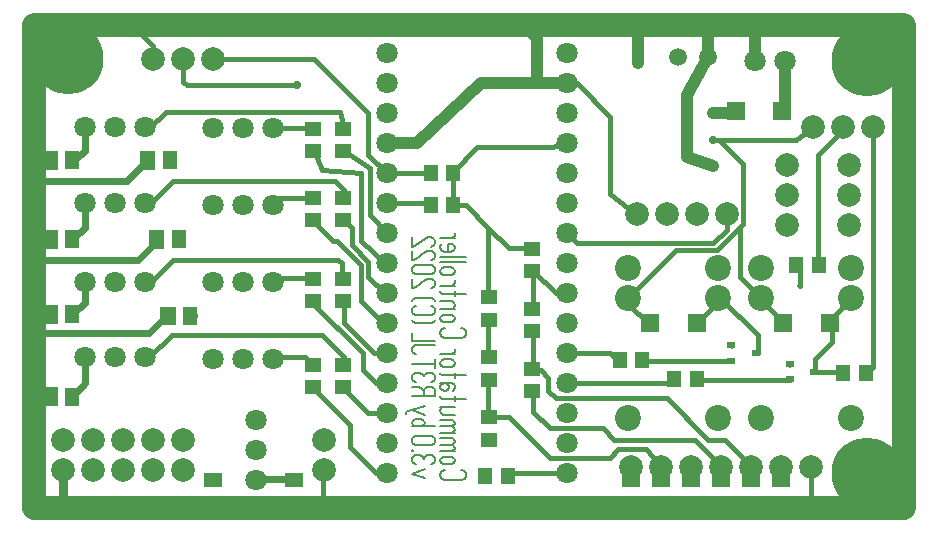
<source format=gbr>
%FSLAX34Y34*%
%MOMM*%
%LNCOPPER_BOTTOM*%
G71*
G01*
%ADD10C, 1.800*%
%ADD11C, 2.000*%
%ADD12C, 6.000*%
%ADD13C, 1.000*%
%ADD14C, 0.700*%
%ADD15C, 1.800*%
%ADD16C, 2.000*%
%ADD17R, 1.600X1.600*%
%ADD18C, 1.500*%
%ADD19R, 0.800X0.600*%
%ADD20R, 1.400X1.300*%
%ADD21R, 1.600X1.300*%
%ADD22C, 0.400*%
%ADD23R, 1.300X1.600*%
%ADD24C, 0.600*%
%ADD25R, 1.300X1.400*%
%ADD26C, 0.800*%
%ADD27C, 0.154*%
%ADD28C, 0.136*%
%ADD29C, 2.200*%
%ADD30C, 0.500*%
%LPD*%
X461962Y-390400D02*
G54D10*
D03*
X461962Y-365000D02*
G54D10*
D03*
X461962Y-339600D02*
G54D10*
D03*
X461962Y-314200D02*
G54D10*
D03*
X461962Y-288800D02*
G54D10*
D03*
X461962Y-263400D02*
G54D10*
D03*
X461962Y-238000D02*
G54D10*
D03*
X461962Y-212600D02*
G54D10*
D03*
X461962Y-187200D02*
G54D10*
D03*
X461962Y-161800D02*
G54D10*
D03*
X461962Y-136400D02*
G54D10*
D03*
X461962Y-111000D02*
G54D10*
D03*
X461962Y-85600D02*
G54D10*
D03*
X461962Y-60200D02*
G54D10*
D03*
X461962Y-34800D02*
G54D10*
D03*
X309562Y-390400D02*
G54D10*
D03*
X309562Y-390400D02*
G54D10*
D03*
X309562Y-365000D02*
G54D10*
D03*
X309562Y-339600D02*
G54D10*
D03*
X309562Y-314200D02*
G54D10*
D03*
X309562Y-288800D02*
G54D10*
D03*
X309562Y-263400D02*
G54D10*
D03*
X309562Y-238000D02*
G54D10*
D03*
X309562Y-212600D02*
G54D10*
D03*
X309562Y-187200D02*
G54D10*
D03*
X309562Y-161800D02*
G54D10*
D03*
X309562Y-136400D02*
G54D10*
D03*
X309562Y-111000D02*
G54D10*
D03*
X309562Y-85600D02*
G54D10*
D03*
X309562Y-60200D02*
G54D10*
D03*
X309562Y-34800D02*
G54D10*
D03*
G54D11*
X10716Y-10591D02*
X747316Y-10591D01*
X747316Y-420166D01*
X10716Y-420166D01*
X10716Y-10591D01*
X715962Y-41150D02*
G54D12*
D03*
X715962Y-390400D02*
G54D12*
D03*
X39688Y-39562D02*
G54D12*
D03*
G54D13*
X461962Y-60200D02*
X436562Y-60200D01*
X436562Y-22100D01*
X423862Y-9400D01*
G54D13*
X309562Y-111000D02*
X334962Y-111000D01*
X388938Y-60200D01*
X436562Y-60200D01*
X585807Y-130062D02*
G54D14*
D03*
X620759Y-41282D02*
G54D15*
D03*
X646159Y-41282D02*
G54D15*
D03*
G54D13*
X620760Y-41282D02*
X620760Y-15798D01*
X614363Y-9400D01*
X585807Y-85574D02*
G54D14*
D03*
X162273Y-39693D02*
G54D16*
D03*
X136873Y-39693D02*
G54D16*
D03*
X111473Y-39693D02*
G54D16*
D03*
X604599Y-83616D02*
G54D17*
D03*
X644299Y-83616D02*
G54D17*
D03*
G54D13*
X646160Y-41282D02*
X646112Y-58738D01*
X646112Y-83741D01*
G54D13*
X604996Y-83219D02*
X598533Y-85600D01*
X585807Y-85574D01*
X522914Y-43776D02*
G54D14*
D03*
X555625Y-38100D02*
G54D18*
D03*
X581025Y-38100D02*
G54D18*
D03*
G54D13*
X581025Y-38100D02*
X581025Y-11112D01*
X601034Y-282024D02*
G54D19*
D03*
X601033Y-295024D02*
G54D19*
D03*
X622033Y-288524D02*
G54D19*
D03*
X272268Y-117504D02*
G54D20*
D03*
X272268Y-98504D02*
G54D20*
D03*
X700543Y-180043D02*
G54D16*
D03*
X700542Y-154643D02*
G54D16*
D03*
X700542Y-129243D02*
G54D16*
D03*
X255944Y-387691D02*
G54D16*
D03*
X255944Y-362291D02*
G54D16*
D03*
X162254Y-415377D02*
G54D21*
D03*
X162254Y-396377D02*
G54D21*
D03*
X596984Y-170476D02*
G54D16*
D03*
X571584Y-170476D02*
G54D16*
D03*
X546184Y-170476D02*
G54D16*
D03*
X520784Y-170476D02*
G54D16*
D03*
G54D13*
X522288Y-42862D02*
X522288Y-12700D01*
G54D13*
X585788Y-130175D02*
X563562Y-122238D01*
X563562Y-69850D01*
X581025Y-38100D01*
X104775Y-96838D02*
G54D15*
D03*
X79375Y-96838D02*
G54D15*
D03*
X53975Y-96838D02*
G54D15*
D03*
X136525Y-361950D02*
G54D16*
D03*
X136525Y-387350D02*
G54D16*
D03*
X111125Y-361950D02*
G54D16*
D03*
X111125Y-387350D02*
G54D16*
D03*
X85725Y-361950D02*
G54D16*
D03*
X85725Y-387350D02*
G54D16*
D03*
X60325Y-361950D02*
G54D16*
D03*
X60325Y-387350D02*
G54D16*
D03*
X34925Y-361950D02*
G54D16*
D03*
X34925Y-387350D02*
G54D16*
D03*
X212725Y-98426D02*
G54D15*
D03*
X187325Y-98426D02*
G54D15*
D03*
X161925Y-98426D02*
G54D15*
D03*
X104775Y-161926D02*
G54D15*
D03*
X79375Y-161926D02*
G54D15*
D03*
X53975Y-161926D02*
G54D15*
D03*
X212725Y-163513D02*
G54D15*
D03*
X187325Y-163513D02*
G54D15*
D03*
X161925Y-163513D02*
G54D15*
D03*
X104775Y-228601D02*
G54D15*
D03*
X79375Y-228601D02*
G54D15*
D03*
X53975Y-228601D02*
G54D15*
D03*
X212725Y-228601D02*
G54D15*
D03*
X187325Y-228601D02*
G54D15*
D03*
X161925Y-228601D02*
G54D15*
D03*
X104775Y-292101D02*
G54D15*
D03*
X79375Y-292101D02*
G54D15*
D03*
X53975Y-292101D02*
G54D15*
D03*
X212725Y-293688D02*
G54D15*
D03*
X187325Y-293688D02*
G54D15*
D03*
X161925Y-293688D02*
G54D15*
D03*
G54D22*
X255588Y-387350D02*
X255588Y-415925D01*
X258762Y-422275D01*
G54D22*
X273050Y-98425D02*
X269875Y-84138D01*
X122238Y-84138D01*
X107950Y-98425D01*
G54D22*
X273050Y-117475D02*
X295275Y-131762D01*
X295275Y-171450D01*
X309562Y-187325D01*
X246868Y-117504D02*
G54D20*
D03*
X246868Y-98504D02*
G54D20*
D03*
G54D22*
X311150Y-212725D02*
X307975Y-212725D01*
X287338Y-193675D01*
X287338Y-136525D01*
X254000Y-133350D01*
X247650Y-117475D01*
G54D22*
X247650Y-98425D02*
X212725Y-98425D01*
X272268Y-176241D02*
G54D20*
D03*
X272268Y-157241D02*
G54D20*
D03*
X246868Y-176241D02*
G54D20*
D03*
X246868Y-157241D02*
G54D20*
D03*
G54D22*
X309562Y-238125D02*
X307975Y-238125D01*
X293688Y-223838D01*
X293688Y-211138D01*
X279400Y-196850D01*
X279400Y-182562D01*
X273050Y-176212D01*
G54D22*
X309562Y-263525D02*
X306388Y-263525D01*
X287338Y-244475D01*
X287338Y-214312D01*
X266700Y-193675D01*
X263525Y-193675D01*
X246062Y-176212D01*
G54D22*
X247650Y-157162D02*
X219075Y-157162D01*
X212725Y-163512D01*
G54D22*
X273050Y-157162D02*
X273050Y-150812D01*
X265112Y-142875D01*
X128588Y-142875D01*
X107950Y-163512D01*
X272268Y-244504D02*
G54D20*
D03*
X272268Y-225504D02*
G54D20*
D03*
X246868Y-244504D02*
G54D20*
D03*
X246868Y-225504D02*
G54D20*
D03*
G54D22*
X309562Y-288925D02*
X298450Y-288925D01*
X273050Y-263525D01*
X273050Y-246062D01*
G54D22*
X309562Y-314325D02*
X300038Y-314325D01*
X288925Y-303212D01*
X288925Y-288925D01*
X246062Y-246062D01*
G54D22*
X247650Y-225425D02*
X217488Y-225425D01*
X212725Y-230188D01*
G54D22*
X271462Y-225425D02*
X271462Y-212725D01*
X268288Y-209550D01*
X128588Y-209550D01*
X107950Y-230188D01*
X272268Y-317529D02*
G54D20*
D03*
X272268Y-298529D02*
G54D20*
D03*
X246868Y-317529D02*
G54D20*
D03*
X246868Y-298529D02*
G54D20*
D03*
G54D22*
X309562Y-339725D02*
X293688Y-339725D01*
X273050Y-319088D01*
G54D22*
X212725Y-292100D02*
X239712Y-292100D01*
X246062Y-298450D01*
G54D22*
X273050Y-300038D02*
X273050Y-292100D01*
X254000Y-273050D01*
X127000Y-273050D01*
X107950Y-292100D01*
G54D22*
X309562Y-390525D02*
X300038Y-390525D01*
X277812Y-368300D01*
X277812Y-349250D01*
X247650Y-319088D01*
X161945Y-396724D02*
G54D14*
D03*
G36*
X100104Y-117460D02*
X113104Y-117460D01*
X113104Y-133460D01*
X100104Y-133460D01*
X100104Y-117460D01*
G37*
X125604Y-125460D02*
G54D23*
D03*
G36*
X17554Y-117460D02*
X30554Y-117460D01*
X30554Y-133460D01*
X17554Y-133460D01*
X17554Y-117460D01*
G37*
X43054Y-125460D02*
G54D23*
D03*
G54D24*
X17462Y-142875D02*
X88900Y-142875D01*
X106362Y-125412D01*
X125432Y-123674D02*
G54D14*
D03*
G54D24*
X53975Y-96838D02*
X53975Y-117475D01*
X44450Y-125412D01*
G36*
X108041Y-184136D02*
X121041Y-184135D01*
X121041Y-200135D01*
X108041Y-200136D01*
X108041Y-184136D01*
G37*
X133541Y-192135D02*
G54D23*
D03*
G36*
X17554Y-184136D02*
X30554Y-184135D01*
X30554Y-200135D01*
X17554Y-200136D01*
X17554Y-184136D01*
G37*
X43054Y-192135D02*
G54D23*
D03*
G54D24*
X53975Y-161925D02*
X53975Y-182562D01*
X42862Y-192088D01*
G54D24*
X17462Y-209550D02*
X98425Y-209550D01*
X114300Y-193675D01*
X134957Y-191937D02*
G54D14*
D03*
G36*
X17554Y-247636D02*
X30554Y-247635D01*
X30554Y-263635D01*
X17554Y-263636D01*
X17554Y-247636D01*
G37*
X43054Y-255635D02*
G54D23*
D03*
G36*
X117566Y-249223D02*
X130566Y-249223D01*
X130566Y-265223D01*
X117566Y-265223D01*
X117566Y-249223D01*
G37*
X143066Y-257223D02*
G54D23*
D03*
X146070Y-257024D02*
G54D14*
D03*
G54D24*
X53975Y-228600D02*
X53975Y-246062D01*
X42862Y-255588D01*
G54D24*
X17462Y-271462D02*
X107950Y-271462D01*
X122238Y-257175D01*
G36*
X17554Y-317486D02*
X30554Y-317485D01*
X30554Y-333485D01*
X17554Y-333486D01*
X17554Y-317486D01*
G37*
X43054Y-325485D02*
G54D23*
D03*
G54D24*
X53975Y-292100D02*
X53975Y-314325D01*
X42862Y-325438D01*
G54D22*
X111125Y-39688D02*
X111125Y-28575D01*
X95250Y-12700D01*
G54D22*
X161925Y-39688D02*
X247650Y-39688D01*
X293688Y-85725D01*
X293688Y-120650D01*
X309562Y-136525D01*
X233382Y-61762D02*
G54D14*
D03*
G54D22*
X136525Y-39688D02*
X136525Y-58738D01*
X139700Y-61912D01*
X233362Y-61912D01*
X346394Y-135959D02*
G54D25*
D03*
X365394Y-135959D02*
G54D25*
D03*
X346394Y-162946D02*
G54D25*
D03*
X365394Y-162946D02*
G54D25*
D03*
G54D22*
X311150Y-136525D02*
X346075Y-136525D01*
G54D22*
X311150Y-161925D02*
X346075Y-161925D01*
G54D22*
X365125Y-165100D02*
X365125Y-138112D01*
X365125Y-134938D01*
X385762Y-114300D01*
X449262Y-114300D01*
X461962Y-111125D01*
G54D22*
X461962Y-60325D02*
X469900Y-60325D01*
X498475Y-88900D01*
X498475Y-153988D01*
X520700Y-171450D01*
G54D22*
X596900Y-171450D02*
X596900Y-184150D01*
X585788Y-195262D01*
X469900Y-195262D01*
X461962Y-187325D01*
G54D26*
X34925Y-387350D02*
X34925Y-415925D01*
X31750Y-419100D01*
G54D27*
X358606Y-387288D02*
X355828Y-388399D01*
X354439Y-390621D01*
X354439Y-392844D01*
X355828Y-395066D01*
X358606Y-396177D01*
X372495Y-396177D01*
X375272Y-395066D01*
X376661Y-392844D01*
X376661Y-390621D01*
X375272Y-388399D01*
X372495Y-387288D01*
G54D27*
X357772Y-376177D02*
X363328Y-376177D01*
X366106Y-377288D01*
X366939Y-379511D01*
X366106Y-381733D01*
X363328Y-382844D01*
X357772Y-382844D01*
X354995Y-381733D01*
X354439Y-379511D01*
X354995Y-377288D01*
X357772Y-376177D01*
G54D27*
X354439Y-371733D02*
X366939Y-371733D01*
G54D27*
X364717Y-371733D02*
X366939Y-369511D01*
X366106Y-367289D01*
X364161Y-366177D01*
X354439Y-366177D01*
G54D27*
X364717Y-366177D02*
X366939Y-363955D01*
X366106Y-361733D01*
X364161Y-360622D01*
X354439Y-360622D01*
G54D27*
X354439Y-356178D02*
X366939Y-356178D01*
G54D27*
X364717Y-356178D02*
X366939Y-353956D01*
X366106Y-351734D01*
X364161Y-350622D01*
X354439Y-350622D01*
G54D27*
X364717Y-350622D02*
X366939Y-348400D01*
X366106Y-346178D01*
X364161Y-345067D01*
X354439Y-345067D01*
G54D27*
X366939Y-333956D02*
X354439Y-333956D01*
G54D27*
X357217Y-333956D02*
X354995Y-335067D01*
X354439Y-337290D01*
X354995Y-339512D01*
X357217Y-340623D01*
X366939Y-340623D01*
G54D27*
X376661Y-327290D02*
X355828Y-327290D01*
X354439Y-326179D01*
X354995Y-325068D01*
G54D27*
X366939Y-329512D02*
X366939Y-325068D01*
G54D27*
X365550Y-320624D02*
X366939Y-318402D01*
X366939Y-315735D01*
X364161Y-313957D01*
X354439Y-313957D01*
G54D27*
X358606Y-313957D02*
X361383Y-315068D01*
X361939Y-317291D01*
X361383Y-319513D01*
X358606Y-320624D01*
X355828Y-320180D01*
X354439Y-318402D01*
X354439Y-317291D01*
X354439Y-316846D01*
X355828Y-315068D01*
X358606Y-313957D01*
G54D27*
X376661Y-307291D02*
X355828Y-307291D01*
X354439Y-306180D01*
X354995Y-305069D01*
G54D27*
X366939Y-309513D02*
X366939Y-305069D01*
G54D27*
X357772Y-293958D02*
X363328Y-293958D01*
X366106Y-295069D01*
X366939Y-297292D01*
X366106Y-299514D01*
X363328Y-300625D01*
X357772Y-300625D01*
X354995Y-299514D01*
X354439Y-297292D01*
X354995Y-295069D01*
X357772Y-293958D01*
G54D27*
X354439Y-289514D02*
X366939Y-289514D01*
G54D27*
X364161Y-289514D02*
X366939Y-287292D01*
X366939Y-285070D01*
G54D27*
X358606Y-267071D02*
X355828Y-268182D01*
X354439Y-270404D01*
X354439Y-272627D01*
X355828Y-274849D01*
X358606Y-275960D01*
X372495Y-275960D01*
X375272Y-274849D01*
X376661Y-272627D01*
X376661Y-270404D01*
X375272Y-268182D01*
X372495Y-267071D01*
G54D27*
X357772Y-255960D02*
X363328Y-255960D01*
X366106Y-257071D01*
X366939Y-259294D01*
X366106Y-261516D01*
X363328Y-262627D01*
X357772Y-262627D01*
X354995Y-261516D01*
X354439Y-259294D01*
X354995Y-257071D01*
X357772Y-255960D01*
G54D27*
X354439Y-251516D02*
X366939Y-251516D01*
G54D27*
X364161Y-251516D02*
X366106Y-250405D01*
X366939Y-248183D01*
X366106Y-245960D01*
X364161Y-244849D01*
X354439Y-244849D01*
G54D27*
X376661Y-238183D02*
X355828Y-238183D01*
X354439Y-237072D01*
X354995Y-235961D01*
G54D27*
X366939Y-240405D02*
X366939Y-235961D01*
G54D27*
X354439Y-231517D02*
X366939Y-231517D01*
G54D27*
X364161Y-231517D02*
X366939Y-229295D01*
X366939Y-227073D01*
G54D27*
X357772Y-215962D02*
X363328Y-215962D01*
X366106Y-217073D01*
X366939Y-219296D01*
X366106Y-221518D01*
X363328Y-222629D01*
X357772Y-222629D01*
X354995Y-221518D01*
X354439Y-219296D01*
X354995Y-217073D01*
X357772Y-215962D01*
G54D27*
X354439Y-211518D02*
X376661Y-211518D01*
G54D27*
X354439Y-207074D02*
X376661Y-207074D01*
G54D27*
X355828Y-195963D02*
X354439Y-197741D01*
X354439Y-199963D01*
X355828Y-202186D01*
X358606Y-202630D01*
X363328Y-202630D01*
X366106Y-201519D01*
X366939Y-199297D01*
X366106Y-197074D01*
X364161Y-195963D01*
X361383Y-195963D01*
X361383Y-202630D01*
G54D27*
X354439Y-191519D02*
X366939Y-191519D01*
G54D27*
X364161Y-191519D02*
X366939Y-189297D01*
X366939Y-187075D01*
G54D28*
X341626Y-394590D02*
X330626Y-390678D01*
X341626Y-386767D01*
G54D28*
X346515Y-382856D02*
X348960Y-381879D01*
X350182Y-379923D01*
X350182Y-377968D01*
X348960Y-376012D01*
X346515Y-375034D01*
X344071Y-375034D01*
X341626Y-376012D01*
X340404Y-377968D01*
X339182Y-376012D01*
X336738Y-375034D01*
X334293Y-375034D01*
X331849Y-376012D01*
X330626Y-377968D01*
X330626Y-379923D01*
X331849Y-381879D01*
X334293Y-382856D01*
G54D28*
X330626Y-370341D02*
X330626Y-371124D01*
X331604Y-371124D01*
X331604Y-370341D01*
X330626Y-370341D01*
X330626Y-371124D01*
G54D28*
X346515Y-358608D02*
X334293Y-358608D01*
X331849Y-359586D01*
X330626Y-361542D01*
X330626Y-363497D01*
X331849Y-365453D01*
X334293Y-366430D01*
X346515Y-366430D01*
X348960Y-365453D01*
X350182Y-363497D01*
X350182Y-361542D01*
X348960Y-359586D01*
X346515Y-358608D01*
G54D28*
X330626Y-350590D02*
X350182Y-350590D01*
G54D28*
X338449Y-350590D02*
X340893Y-349613D01*
X341626Y-347657D01*
X340893Y-345702D01*
X338449Y-344724D01*
X333560Y-344724D01*
X331115Y-345702D01*
X330626Y-347657D01*
X331115Y-349613D01*
X333560Y-350590D01*
G54D28*
X341626Y-340812D02*
X330626Y-336901D01*
X341626Y-332990D01*
G54D28*
X330626Y-336901D02*
X326960Y-337879D01*
X325738Y-338857D01*
X325738Y-339835D01*
G54D28*
X340404Y-321061D02*
X337960Y-318128D01*
X335515Y-317150D01*
X330626Y-317150D01*
G54D28*
X330626Y-324972D02*
X350182Y-324972D01*
X350182Y-320084D01*
X348960Y-318128D01*
X346515Y-317150D01*
X344071Y-317150D01*
X341626Y-318128D01*
X340404Y-320084D01*
X340404Y-324972D01*
G54D28*
X346515Y-313240D02*
X348960Y-312262D01*
X350182Y-310306D01*
X350182Y-308351D01*
X348960Y-306395D01*
X346515Y-305417D01*
X344071Y-305417D01*
X341626Y-306395D01*
X340404Y-308351D01*
X339182Y-306395D01*
X336738Y-305417D01*
X334293Y-305417D01*
X331849Y-306395D01*
X330626Y-308351D01*
X330626Y-310306D01*
X331849Y-312262D01*
X334293Y-313240D01*
G54D28*
X330626Y-297595D02*
X350182Y-297595D01*
G54D28*
X350182Y-301506D02*
X350182Y-293684D01*
G54D28*
X350182Y-281951D02*
X334293Y-281951D01*
X331849Y-282929D01*
X330626Y-284885D01*
X330626Y-286840D01*
X331849Y-288796D01*
X334293Y-289774D01*
G54D28*
X350182Y-278040D02*
X330626Y-278040D01*
X330626Y-271196D01*
G54D28*
X350182Y-260245D02*
X348960Y-262201D01*
X346515Y-263178D01*
X334293Y-263178D01*
X331849Y-262201D01*
X330626Y-260245D01*
G54D28*
X334293Y-248512D02*
X331849Y-249490D01*
X330626Y-251446D01*
X330626Y-253401D01*
X331849Y-255357D01*
X334293Y-256334D01*
X346515Y-256334D01*
X348960Y-255357D01*
X350182Y-253401D01*
X350182Y-251446D01*
X348960Y-249490D01*
X346515Y-248512D01*
G54D28*
X350182Y-244602D02*
X348960Y-242646D01*
X346515Y-241668D01*
X334293Y-241668D01*
X331849Y-242646D01*
X330626Y-244602D01*
G54D28*
X330626Y-225828D02*
X330626Y-233650D01*
X331849Y-233650D01*
X334293Y-232673D01*
X341626Y-226806D01*
X344071Y-225828D01*
X346515Y-225828D01*
X348960Y-226806D01*
X350182Y-228762D01*
X350182Y-230717D01*
X348960Y-232673D01*
X346515Y-233650D01*
G54D28*
X346515Y-214095D02*
X334293Y-214095D01*
X331849Y-215073D01*
X330626Y-217029D01*
X330626Y-218984D01*
X331849Y-220940D01*
X334293Y-221918D01*
X346515Y-221918D01*
X348960Y-220940D01*
X350182Y-218984D01*
X350182Y-217029D01*
X348960Y-215073D01*
X346515Y-214095D01*
G54D28*
X330626Y-202362D02*
X330626Y-210184D01*
X331849Y-210184D01*
X334293Y-209207D01*
X341626Y-203340D01*
X344071Y-202362D01*
X346515Y-202362D01*
X348960Y-203340D01*
X350182Y-205296D01*
X350182Y-207251D01*
X348960Y-209207D01*
X346515Y-210184D01*
G54D28*
X330626Y-190629D02*
X330626Y-198452D01*
X331849Y-198452D01*
X334293Y-197474D01*
X341626Y-191607D01*
X344071Y-190629D01*
X346515Y-190629D01*
X348960Y-191607D01*
X350182Y-193563D01*
X350182Y-195518D01*
X348960Y-197474D01*
X346515Y-198452D01*
X589999Y-216130D02*
G54D29*
D03*
X589999Y-241530D02*
G54D29*
D03*
X589999Y-343130D02*
G54D29*
D03*
X513799Y-216130D02*
G54D29*
D03*
X513799Y-241530D02*
G54D29*
D03*
X513799Y-343130D02*
G54D29*
D03*
X592222Y-384789D02*
G54D16*
D03*
X566822Y-384789D02*
G54D16*
D03*
X541422Y-384789D02*
G54D16*
D03*
X516022Y-384788D02*
G54D16*
D03*
X668422Y-384789D02*
G54D16*
D03*
X643022Y-384789D02*
G54D16*
D03*
X617622Y-384789D02*
G54D16*
D03*
X396093Y-260379D02*
G54D20*
D03*
X396093Y-241379D02*
G54D20*
D03*
X396093Y-311179D02*
G54D20*
D03*
X396093Y-292179D02*
G54D20*
D03*
X396093Y-361979D02*
G54D20*
D03*
X396093Y-342979D02*
G54D20*
D03*
X432606Y-219104D02*
G54D20*
D03*
X432606Y-200104D02*
G54D20*
D03*
X432606Y-269904D02*
G54D20*
D03*
X432606Y-250904D02*
G54D20*
D03*
X432606Y-320704D02*
G54D20*
D03*
X432606Y-301704D02*
G54D20*
D03*
G54D22*
X365125Y-163512D02*
X376238Y-163512D01*
X395288Y-182562D01*
X395288Y-241300D01*
X396875Y-242888D01*
G54D22*
X433388Y-200025D02*
X412750Y-200025D01*
X395288Y-182562D01*
G54D22*
X433388Y-219075D02*
X433388Y-250825D01*
G54D22*
X433388Y-269875D02*
X433388Y-300038D01*
X431800Y-301625D01*
G54D22*
X395288Y-260350D02*
X395288Y-293688D01*
X396875Y-295275D01*
G54D22*
X395288Y-311150D02*
X395288Y-342900D01*
X396875Y-344488D01*
G54D22*
X461962Y-238125D02*
X452438Y-238125D01*
X433388Y-219075D01*
X395307Y-260199D02*
G54D14*
D03*
G54D22*
X395288Y-342900D02*
X412750Y-342900D01*
X447675Y-377825D01*
X498475Y-377825D01*
X504825Y-369888D01*
X528638Y-369888D01*
X541338Y-384175D01*
G54D22*
X433388Y-322262D02*
X433388Y-338138D01*
X447675Y-352425D01*
X492125Y-352425D01*
X501650Y-361950D01*
X569912Y-361950D01*
X592138Y-384175D01*
G54D22*
X433388Y-303212D02*
X439738Y-303212D01*
X446088Y-309562D01*
X446088Y-320675D01*
X452438Y-327025D01*
X546100Y-327025D01*
X581025Y-361950D01*
X595312Y-361950D01*
X617538Y-384175D01*
G54D22*
X668338Y-384175D02*
X668338Y-415925D01*
X671512Y-419100D01*
X702711Y-216130D02*
G54D29*
D03*
X702711Y-241530D02*
G54D29*
D03*
X702711Y-343130D02*
G54D29*
D03*
X626511Y-216130D02*
G54D29*
D03*
X626511Y-241530D02*
G54D29*
D03*
X626511Y-343130D02*
G54D29*
D03*
X648155Y-129243D02*
G54D16*
D03*
X648155Y-154642D02*
G54D16*
D03*
X648155Y-180042D02*
G54D16*
D03*
X585807Y-107837D02*
G54D14*
D03*
X532368Y-263400D02*
G54D17*
D03*
X572068Y-263400D02*
G54D17*
D03*
G54D22*
X585788Y-107950D02*
X590550Y-107950D01*
X611188Y-128588D01*
X611188Y-179388D01*
X588962Y-201612D01*
X554038Y-201612D01*
X514350Y-241300D01*
G54D22*
X608012Y-182562D02*
X608012Y-223838D01*
X627062Y-242888D01*
G54D22*
X514350Y-241300D02*
X514350Y-247650D01*
X530225Y-263525D01*
X506732Y-294709D02*
G54D25*
D03*
X525732Y-294709D02*
G54D25*
D03*
X552769Y-310584D02*
G54D25*
D03*
X571769Y-310584D02*
G54D25*
D03*
G54D22*
X461962Y-288925D02*
X498475Y-288925D01*
X506412Y-296862D01*
G54D22*
X461962Y-314325D02*
X547688Y-314325D01*
X552450Y-309562D01*
X645080Y-263400D02*
G54D17*
D03*
X684780Y-263400D02*
G54D17*
D03*
X650246Y-297899D02*
G54D19*
D03*
X650246Y-310899D02*
G54D19*
D03*
X671246Y-304399D02*
G54D19*
D03*
G54D22*
X527050Y-295275D02*
X600075Y-295275D01*
X601662Y-295275D01*
G54D22*
X623888Y-288925D02*
X623888Y-273050D01*
X590550Y-241300D01*
G54D22*
X590550Y-241300D02*
X590550Y-244475D01*
X573088Y-261938D01*
G54D22*
X573088Y-311150D02*
X650875Y-311150D01*
G54D22*
X671512Y-304800D02*
X671512Y-293688D01*
X685800Y-279400D01*
X685800Y-258762D01*
X703262Y-241300D01*
G54D22*
X627062Y-241300D02*
X627062Y-244475D01*
X642938Y-260350D01*
X650895Y-298300D02*
G54D30*
D03*
X601682Y-282425D02*
G54D30*
D03*
X642980Y-396438D02*
G54D21*
D03*
X642980Y-415438D02*
G54D21*
D03*
X617580Y-396438D02*
G54D21*
D03*
X617580Y-415438D02*
G54D21*
D03*
X592180Y-396438D02*
G54D21*
D03*
X592180Y-415438D02*
G54D21*
D03*
X566780Y-396438D02*
G54D21*
D03*
X566780Y-415438D02*
G54D21*
D03*
X541380Y-396438D02*
G54D21*
D03*
X541380Y-415438D02*
G54D21*
D03*
X515980Y-396438D02*
G54D21*
D03*
X515980Y-415438D02*
G54D21*
D03*
X720548Y-97343D02*
G54D16*
D03*
X695148Y-97343D02*
G54D16*
D03*
X669748Y-97343D02*
G54D16*
D03*
G54D22*
X591344Y-107950D02*
X655638Y-107950D01*
X669925Y-96838D01*
X695644Y-305821D02*
G54D25*
D03*
X714644Y-305821D02*
G54D25*
D03*
G54D22*
X671512Y-304800D02*
X693738Y-304800D01*
X695325Y-306388D01*
G54D22*
X720725Y-93662D02*
X720725Y-300038D01*
X714375Y-306388D01*
X658832Y-231625D02*
G54D30*
D03*
X655957Y-213746D02*
G54D25*
D03*
X674957Y-213746D02*
G54D25*
D03*
G54D22*
X658812Y-231775D02*
X658812Y-217488D01*
X654050Y-212725D01*
G54D22*
X695325Y-95250D02*
X695325Y-100012D01*
X674688Y-120650D01*
X674688Y-214312D01*
X198502Y-345166D02*
G54D15*
D03*
X198502Y-370566D02*
G54D15*
D03*
X198502Y-395966D02*
G54D15*
D03*
X230517Y-415377D02*
G54D21*
D03*
X230516Y-396377D02*
G54D21*
D03*
X395307Y-363387D02*
G54D14*
D03*
G54D24*
X198438Y-395288D02*
X225425Y-395288D01*
X230188Y-396875D01*
X392563Y-392625D02*
G54D25*
D03*
X411563Y-392625D02*
G54D25*
D03*
G54D22*
X461962Y-390525D02*
X414338Y-390525D01*
X392132Y-393549D02*
G54D14*
D03*
M02*

</source>
